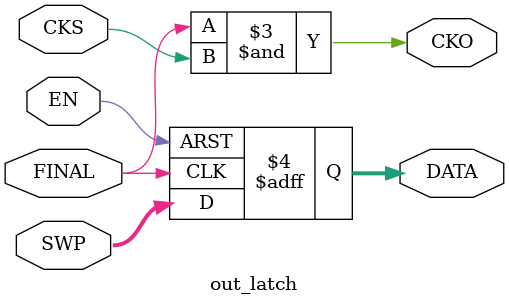
<source format=v>
`timescale 1ns / 1ps


module out_latch(
    input FINAL,
    input EN,
    input CKS,
    input [0:7] SWP,
    output CKO,
    output reg [0:7] DATA
    );
    
    always @(posedge FINAL or negedge EN) begin
        if (!EN)
            DATA <= 8'b0;
        else
            DATA <= SWP; // Menyimpan nilai SWP ke DOUT pada CK
    end

    assign CKO = FINAL & CKS; // Logika AND untuk clock
    
endmodule

</source>
